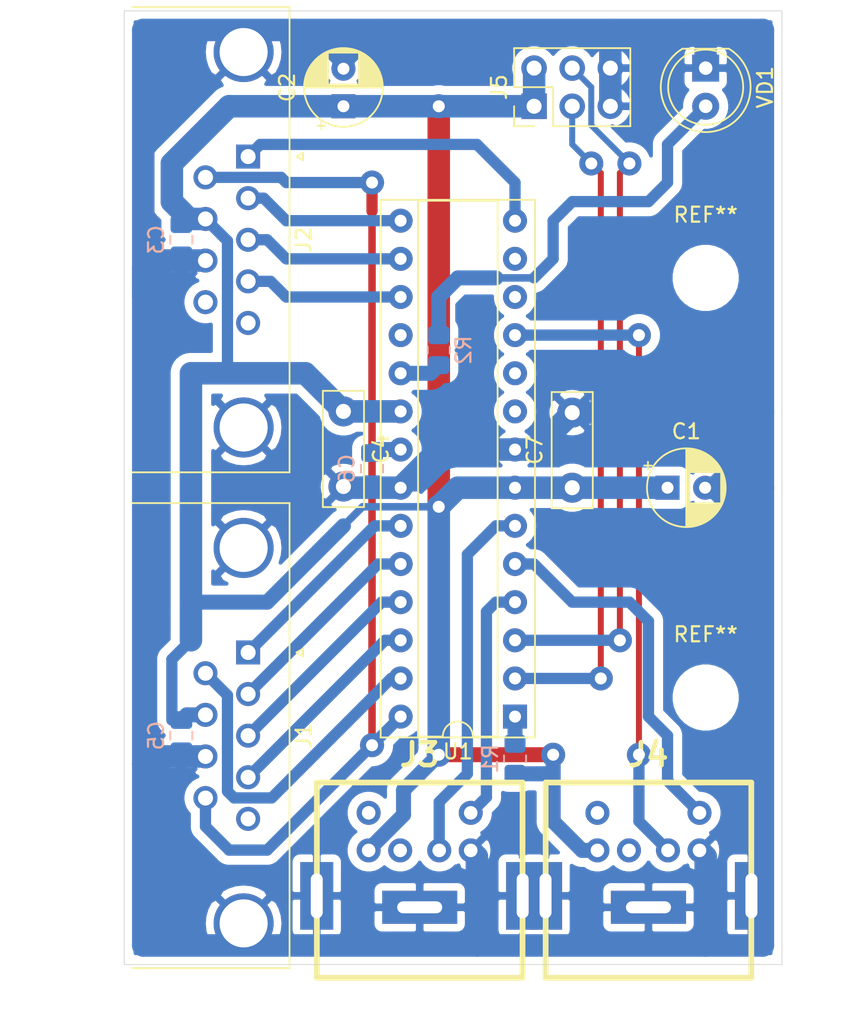
<source format=kicad_pcb>
(kicad_pcb (version 20240108) (generator "pcbnew") (generator_version "8.0")
  (layers (0 "F.Cu" signal) (31 "B.Cu" signal) (34 "B.Paste" user) (35 "F.Paste" user) (36 "B.SilkS" user "B.Silkscreen") (37 "F.SilkS" user "F.Silkscreen") (38 "B.Mask" user) (39 "F.Mask" user) (44 "Edge.Cuts" user))
  (net 0 "")
  (net 1 "VCC")
  (net 2 "GND")
  (net 3 "/J2_FIRE")
  (net 4 "/J1_FIRE")
  (net 5 "/J1_RIGHT")
  (net 6 "/J1_LEFT")
  (net 7 "/J1_DOWN")
  (net 8 "/J1_UP")
  (net 9 "/J2_RIGHT")
  (net 10 "/J2_LEFT")
  (net 11 "/J2_DOWN")
  (net 12 "/J2_UP")
  (net 13 "/KB_CLK")
  (net 14 "/KB_DAT")
  (net 15 "/MS_CLK")
  (net 16 "/MS_DAT")
  (net 17 "/TXD")
  (net 18 "/RXD")
  (net 19 "Net-(R1-Pad1)")
  (net 20 "Net-(R2-Pad2)")
  (net 21 "Net-(J1-Pad5)")
  (net 22 "Net-(J2-Pad9)")
  (net 23 "Net-(J2-Pad5)")
  (net 24 "Net-(J3-Pad6)")
  (net 25 "Net-(J3-Pad2)")
  (net 26 "Net-(J4-Pad6)")
  (net 27 "Net-(J4-Pad2)")
  (net 28 "Net-(U1-Pad18)")
  (net 29 "Net-(C6-Pad1)")
  (net 30 "Net-(U1-Pad9)")
  (net 31 "Net-(U1-Pad10)")
  (net 32 "Net-(U1-Pad12)")
  (net 33 "Net-(U1-Pad13)")
  (net 34 "Net-(R2-Pad1)")
  (footprint "Capacitor_THT:CP_Radial_D5.0mm_P2.50mm" (layer "F.Cu") (at 127 82.55 90)
    (property "Reference" "C2" (at 1.25 -3.75 90) (layer "F.SilkS"))
    (property "Value" "CAPP")
    (pad "1" thru_hole rect (at 0 0 90) (size 1.6 1.6) (drill 0.8) (layers "*.Cu" "*.Mask") (net 1 "VCC"))
    (pad "2" thru_hole circle (at 2.5 0 90) (size 1.6 1.6) (drill 0.8) (layers "*.Cu" "*.Mask") (net 2 "GND"))
  )
  (footprint "Capacitor_THT:C_Disc_D7.5mm_W2.5mm_P5.00mm" (layer "F.Cu") (at 127 102.87 -90)
    (property "Reference" "C4" (at 2.5 -2.5 90) (layer "F.SilkS"))
    (property "Value" "CAP")
    (pad "1" thru_hole circle (at 0 0 270) (size 2 2) (drill 1) (layers "*.Cu" "*.Mask") (net 1 "VCC"))
    (pad "2" thru_hole circle (at 5 0 270) (size 2 2) (drill 1) (layers "*.Cu" "*.Mask") (net 2 "GND"))
  )
  (footprint "Capacitor_THT:C_Disc_D7.5mm_W2.5mm_P5.00mm" (layer "F.Cu") (at 142.24 107.95 90)
    (property "Reference" "C7" (at 2.5 -2.5 90) (layer "F.SilkS"))
    (property "Value" "CAP")
    (pad "1" thru_hole circle (at 0 0 90) (size 2 2) (drill 1) (layers "*.Cu" "*.Mask") (net 1 "VCC"))
    (pad "2" thru_hole circle (at 5 0 90) (size 2 2) (drill 1) (layers "*.Cu" "*.Mask") (net 2 "GND"))
  )
  (footprint "Connector_Dsub:DSUB-9_Male_Horizontal_P2.77x2.84mm_EdgePinOffset4.94mm_Housed_MountingHolesOffset7.48mm" (layer "F.Cu") (at 120.65 85.9 -90)
    (property "Reference" "J2" (at 5.54 -3.7 90) (layer "F.SilkS"))
    (property "Value" "JOY2")
    (pad "0" thru_hole circle (at -6.96 0.3 270) (size 4 4) (drill 3.2) (layers "*.Cu" "*.Mask") (net 2 "GND"))
    (pad "0" thru_hole circle (at 18.04 0.3 270) (size 4 4) (drill 3.2) (layers "*.Cu" "*.Mask") (net 2 "GND"))
    (pad "1" thru_hole rect (at 0 0 270) (size 1.6 1.6) (drill 1) (layers "*.Cu" "*.Mask") (net 12 "/J2_UP"))
    (pad "2" thru_hole circle (at 2.77 0 270) (size 1.6 1.6) (drill 1) (layers "*.Cu" "*.Mask") (net 11 "/J2_DOWN"))
    (pad "3" thru_hole circle (at 5.54 0 270) (size 1.6 1.6) (drill 1) (layers "*.Cu" "*.Mask") (net 10 "/J2_LEFT"))
    (pad "4" thru_hole circle (at 8.31 0 270) (size 1.6 1.6) (drill 1) (layers "*.Cu" "*.Mask") (net 9 "/J2_RIGHT"))
    (pad "5" thru_hole circle (at 11.08 0 270) (size 1.6 1.6) (drill 1) (layers "*.Cu" "*.Mask") (net 23 "Net-(J2-Pad5)"))
    (pad "6" thru_hole circle (at 1.385 2.84 270) (size 1.6 1.6) (drill 1) (layers "*.Cu" "*.Mask") (net 3 "/J2_FIRE"))
    (pad "7" thru_hole circle (at 4.155 2.84 270) (size 1.6 1.6) (drill 1) (layers "*.Cu" "*.Mask") (net 1 "VCC"))
    (pad "8" thru_hole circle (at 6.925 2.84 270) (size 1.6 1.6) (drill 1) (layers "*.Cu" "*.Mask") (net 2 "GND"))
    (pad "9" thru_hole circle (at 9.695 2.84 270) (size 1.6 1.6) (drill 1) (layers "*.Cu" "*.Mask") (net 22 "Net-(J2-Pad9)"))
  )
  (footprint "MyLib:Mini_din6" (layer "F.Cu") (at 132.08 133.35)
    (property "Reference" "J3" (at 0 -7.62 0) (layer "F.SilkS") (effects (font (size 1.524 1.524) (thickness 0.3048))))
    (property "Value" "Keyboard")
    (pad "0" thru_hole rect (at -6.858 1.778) (size 2.2 4.5) (drill oval 0.8 3) (layers "*.Cu" "*.Mask") (net 2 "GND"))
    (pad "0" thru_hole rect (at 0 2.54) (size 5 2.2) (drill oval 3 0.8) (layers "*.Cu" "*.Mask") (net 2 "GND"))
    (pad "0" thru_hole rect (at 6.858 1.778) (size 2.2 4.5) (drill oval 0.8 3) (layers "*.Cu" "*.Mask") (net 2 "GND"))
    (pad "1" thru_hole circle (at 1.3 -1.25) (size 1.6 1.6) (drill 0.9) (layers "*.Cu" "*.Mask") (net 14 "/KB_DAT"))
    (pad "2" thru_hole circle (at -1.3 -1.25) (size 1.6 1.6) (drill 0.9) (layers "*.Cu" "*.Mask") (net 25 "Net-(J3-Pad2)"))
    (pad "3" thru_hole circle (at 3.4 -1.25) (size 1.6 1.6) (drill 0.9) (layers "*.Cu" "*.Mask") (net 2 "GND"))
    (pad "4" thru_hole circle (at -3.4 -1.25) (size 1.6 1.6) (drill 0.9) (layers "*.Cu" "*.Mask") (net 1 "VCC"))
    (pad "5" thru_hole circle (at 3.4 -3.75) (size 1.6 1.6) (drill 0.9) (layers "*.Cu" "*.Mask") (net 13 "/KB_CLK"))
    (pad "6" thru_hole circle (at -3.4 -3.75) (size 1.6 1.6) (drill 0.9) (layers "*.Cu" "*.Mask") (net 24 "Net-(J3-Pad6)"))
  )
  (footprint "MyLib:Mini_din6" (layer "F.Cu") (at 147.32 133.35)
    (property "Reference" "J4" (at 0 -7.62 0) (layer "F.SilkS") (effects (font (size 1.524 1.524) (thickness 0.3048))))
    (property "Value" "Mouse")
    (pad "0" thru_hole rect (at -6.858 1.778) (size 2.2 4.5) (drill oval 0.8 3) (layers "*.Cu" "*.Mask") (net 2 "GND"))
    (pad "0" thru_hole rect (at 0 2.54) (size 5 2.2) (drill oval 3 0.8) (layers "*.Cu" "*.Mask") (net 2 "GND"))
    (pad "0" thru_hole rect (at 6.858 1.778) (size 2.2 4.5) (drill oval 0.8 3) (layers "*.Cu" "*.Mask") (net 2 "GND"))
    (pad "1" thru_hole circle (at 1.3 -1.25) (size 1.6 1.6) (drill 0.9) (layers "*.Cu" "*.Mask") (net 16 "/MS_DAT"))
    (pad "2" thru_hole circle (at -1.3 -1.25) (size 1.6 1.6) (drill 0.9) (layers "*.Cu" "*.Mask") (net 27 "Net-(J4-Pad2)"))
    (pad "3" thru_hole circle (at 3.4 -1.25) (size 1.6 1.6) (drill 0.9) (layers "*.Cu" "*.Mask") (net 2 "GND"))
    (pad "4" thru_hole circle (at -3.4 -1.25) (size 1.6 1.6) (drill 0.9) (layers "*.Cu" "*.Mask") (net 1 "VCC"))
    (pad "5" thru_hole circle (at 3.4 -3.75) (size 1.6 1.6) (drill 0.9) (layers "*.Cu" "*.Mask") (net 15 "/MS_CLK"))
    (pad "6" thru_hole circle (at -3.4 -3.75) (size 1.6 1.6) (drill 0.9) (layers "*.Cu" "*.Mask") (net 26 "Net-(J4-Pad6)"))
  )
  (footprint "Connector_PinHeader_2.54mm:PinHeader_2x03_P2.54mm_Vertical" (layer "F.Cu") (at 139.7 82.55 90)
    (property "Reference" "J5" (at 1.27 -2.33 90) (layer "F.SilkS"))
    (property "Value" "Conn_01x06")
    (pad "1" thru_hole rect (at 0 0 90) (size 1.7 1.7) (drill 1) (layers "*.Cu" "*.Mask") (net 1 "VCC"))
    (pad "2" thru_hole oval (at 2.54 0 90) (size 1.7 1.7) (drill 1) (layers "*.Cu" "*.Mask") (net 1 "VCC"))
    (pad "3" thru_hole oval (at 0 2.54 90) (size 1.7 1.7) (drill 1) (layers "*.Cu" "*.Mask") (net 17 "/TXD"))
    (pad "4" thru_hole oval (at 2.54 2.54 90) (size 1.7 1.7) (drill 1) (layers "*.Cu" "*.Mask") (net 18 "/RXD"))
    (pad "5" thru_hole oval (at 0 5.08 90) (size 1.7 1.7) (drill 1) (layers "*.Cu" "*.Mask") (net 2 "GND"))
    (pad "6" thru_hole oval (at 2.54 5.08 90) (size 1.7 1.7) (drill 1) (layers "*.Cu" "*.Mask") (net 2 "GND"))
  )
  (footprint "Package_DIP:DIP-28_W7.62mm_Socket" (layer "F.Cu") (at 138.43 123.19 180)
    (property "Reference" "U1" (at 3.81 -2.33 0) (layer "F.SilkS"))
    (property "Value" "ATmega168A-PU")
    (pad "1" thru_hole rect (at 0 0 180) (size 1.6 1.6) (drill 0.8) (layers "*.Cu" "*.Mask") (net 19 "Net-(R1-Pad1)"))
    (pad "2" thru_hole oval (at 0 2.54 180) (size 1.6 1.6) (drill 0.8) (layers "*.Cu" "*.Mask") (net 17 "/TXD"))
    (pad "3" thru_hole oval (at 0 5.08 180) (size 1.6 1.6) (drill 0.8) (layers "*.Cu" "*.Mask") (net 18 "/RXD"))
    (pad "4" thru_hole oval (at 0 7.62 180) (size 1.6 1.6) (drill 0.8) (layers "*.Cu" "*.Mask") (net 13 "/KB_CLK"))
    (pad "5" thru_hole oval (at 0 10.16 180) (size 1.6 1.6) (drill 0.8) (layers "*.Cu" "*.Mask") (net 15 "/MS_CLK"))
    (pad "6" thru_hole oval (at 0 12.7 180) (size 1.6 1.6) (drill 0.8) (layers "*.Cu" "*.Mask") (net 14 "/KB_DAT"))
    (pad "7" thru_hole oval (at 0 15.24 180) (size 1.6 1.6) (drill 0.8) (layers "*.Cu" "*.Mask") (net 1 "VCC"))
    (pad "8" thru_hole oval (at 0 17.78 180) (size 1.6 1.6) (drill 0.8) (layers "*.Cu" "*.Mask") (net 2 "GND"))
    (pad "9" thru_hole oval (at 0 20.32 180) (size 1.6 1.6) (drill 0.8) (layers "*.Cu" "*.Mask") (net 30 "Net-(U1-Pad9)"))
    (pad "10" thru_hole oval (at 0 22.86 180) (size 1.6 1.6) (drill 0.8) (layers "*.Cu" "*.Mask") (net 31 "Net-(U1-Pad10)"))
    (pad "11" thru_hole oval (at 0 25.4 180) (size 1.6 1.6) (drill 0.8) (layers "*.Cu" "*.Mask") (net 16 "/MS_DAT"))
    (pad "12" thru_hole oval (at 0 27.94 180) (size 1.6 1.6) (drill 0.8) (layers "*.Cu" "*.Mask") (net 32 "Net-(U1-Pad12)"))
    (pad "13" thru_hole oval (at 0 30.48 180) (size 1.6 1.6) (drill 0.8) (layers "*.Cu" "*.Mask") (net 33 "Net-(U1-Pad13)"))
    (pad "14" thru_hole oval (at 0 33.02 180) (size 1.6 1.6) (drill 0.8) (layers "*.Cu" "*.Mask") (net 12 "/J2_UP"))
    (pad "15" thru_hole oval (at 7.62 33.02 180) (size 1.6 1.6) (drill 0.8) (layers "*.Cu" "*.Mask") (net 11 "/J2_DOWN"))
    (pad "16" thru_hole oval (at 7.62 30.48 180) (size 1.6 1.6) (drill 0.8) (layers "*.Cu" "*.Mask") (net 10 "/J2_LEFT"))
    (pad "17" thru_hole oval (at 7.62 27.94 180) (size 1.6 1.6) (drill 0.8) (layers "*.Cu" "*.Mask") (net 9 "/J2_RIGHT"))
    (pad "18" thru_hole oval (at 7.62 25.4 180) (size 1.6 1.6) (drill 0.8) (layers "*.Cu" "*.Mask") (net 28 "Net-(U1-Pad18)"))
    (pad "19" thru_hole oval (at 7.62 22.86 180) (size 1.6 1.6) (drill 0.8) (layers "*.Cu" "*.Mask") (net 34 "Net-(R2-Pad1)"))
    (pad "20" thru_hole oval (at 7.62 20.32 180) (size 1.6 1.6) (drill 0.8) (layers "*.Cu" "*.Mask") (net 1 "VCC"))
    (pad "21" thru_hole oval (at 7.62 17.78 180) (size 1.6 1.6) (drill 0.8) (layers "*.Cu" "*.Mask") (net 29 "Net-(C6-Pad1)"))
    (pad "22" thru_hole oval (at 7.62 15.24 180) (size 1.6 1.6) (drill 0.8) (layers "*.Cu" "*.Mask") (net 2 "GND"))
    (pad "23" thru_hole oval (at 7.62 12.7 180) (size 1.6 1.6) (drill 0.8) (layers "*.Cu" "*.Mask") (net 8 "/J1_UP"))
    (pad "24" thru_hole oval (at 7.62 10.16 180) (size 1.6 1.6) (drill 0.8) (layers "*.Cu" "*.Mask") (net 7 "/J1_DOWN"))
    (pad "25" thru_hole oval (at 7.62 7.62 180) (size 1.6 1.6) (drill 0.8) (layers "*.Cu" "*.Mask") (net 6 "/J1_LEFT"))
    (pad "26" thru_hole oval (at 7.62 5.08 180) (size 1.6 1.6) (drill 0.8) (layers "*.Cu" "*.Mask") (net 5 "/J1_RIGHT"))
    (pad "27" thru_hole oval (at 7.62 2.54 180) (size 1.6 1.6) (drill 0.8) (layers "*.Cu" "*.Mask") (net 4 "/J1_FIRE"))
    (pad "28" thru_hole oval (at 7.62 0 180) (size 1.6 1.6) (drill 0.8) (layers "*.Cu" "*.Mask") (net 3 "/J2_FIRE"))
  )
  (footprint "LED_THT:LED_D5.0mm" (layer "F.Cu") (at 151.13 80.01 -90)
    (property "Reference" "VD1" (at 1.27 -3.96 90) (layer "F.SilkS"))
    (property "Value" "LED")
    (pad "1" thru_hole rect (at 0 0 270) (size 1.8 1.8) (drill 0.9) (layers "*.Cu" "*.Mask") (net 2 "GND"))
    (pad "2" thru_hole circle (at 2.54 0 270) (size 1.8 1.8) (drill 0.9) (layers "*.Cu" "*.Mask") (net 20 "Net-(R2-Pad2)"))
  )
  (footprint "Connector_Dsub:DSUB-9_Male_Horizontal_P2.77x2.84mm_EdgePinOffset4.94mm_Housed_MountingHolesOffset7.48mm" (layer "F.Cu") (at 120.65 118.92 -90)
    (property "Reference" "J1" (at 5.54 -3.7 90) (layer "F.SilkS"))
    (property "Value" "JOY1")
    (pad "0" thru_hole circle (at -6.96 0.3 270) (size 4 4) (drill 3.2) (layers "*.Cu" "*.Mask") (net 2 "GND"))
    (pad "0" thru_hole circle (at 18.04 0.3 270) (size 4 4) (drill 3.2) (layers "*.Cu" "*.Mask") (net 2 "GND"))
    (pad "1" thru_hole rect (at 0 0 270) (size 1.6 1.6) (drill 1) (layers "*.Cu" "*.Mask") (net 8 "/J1_UP"))
    (pad "2" thru_hole circle (at 2.77 0 270) (size 1.6 1.6) (drill 1) (layers "*.Cu" "*.Mask") (net 7 "/J1_DOWN"))
    (pad "3" thru_hole circle (at 5.54 0 270) (size 1.6 1.6) (drill 1) (layers "*.Cu" "*.Mask") (net 6 "/J1_LEFT"))
    (pad "4" thru_hole circle (at 8.31 0 270) (size 1.6 1.6) (drill 1) (layers "*.Cu" "*.Mask") (net 5 "/J1_RIGHT"))
    (pad "5" thru_hole circle (at 11.08 0 270) (size 1.6 1.6) (drill 1) (layers "*.Cu" "*.Mask") (net 21 "Net-(J1-Pad5)"))
    (pad "6" thru_hole circle (at 1.385 2.84 270) (size 1.6 1.6) (drill 1) (layers "*.Cu" "*.Mask") (net 4 "/J1_FIRE"))
    (pad "7" thru_hole circle (at 4.155 2.84 270) (size 1.6 1.6) (drill 1) (layers "*.Cu" "*.Mask") (net 1 "VCC"))
    (pad "8" thru_hole circle (at 6.925 2.84 270) (size 1.6 1.6) (drill 1) (layers "*.Cu" "*.Mask") (net 2 "GND"))
    (pad "9" thru_hole circle (at 9.695 2.84 270) (size 1.6 1.6) (drill 1) (layers "*.Cu" "*.Mask") (net 3 "/J2_FIRE"))
  )
  (footprint "Capacitor_THT:CP_Radial_D5.0mm_P2.50mm" (layer "F.Cu") (at 148.59 107.95)
    (property "Reference" "C1" (at 1.25 -3.75 0) (layer "F.SilkS"))
    (property "Value" "CAPP")
    (pad "1" thru_hole rect (at 0 0) (size 1.6 1.6) (drill 0.8) (layers "*.Cu" "*.Mask") (net 1 "VCC"))
    (pad "2" thru_hole circle (at 2.5 0) (size 1.6 1.6) (drill 0.8) (layers "*.Cu" "*.Mask") (net 2 "GND"))
  )
  (footprint "MountingHole:MountingHole_3.2mm_M3" (layer "F.Cu") (at 151.13 121.92)
    (property "Reference" "REF**" (at 0 -4.2 0) (layer "F.SilkS"))
    (property "Value" "MountingHole_3.2mm_M3")
    (pad "" np_thru_hole circle (at 0 0) (size 3.2 3.2) (drill 3.2) (layers "*.Cu" "*.Mask"))
  )
  (footprint "MountingHole:MountingHole_3.2mm_M3" (layer "F.Cu") (at 151.13 93.98)
    (property "Reference" "REF**" (at 0 -4.2 0) (layer "F.SilkS"))
    (property "Value" "MountingHole_3.2mm_M3")
    (pad "" np_thru_hole circle (at 0 0) (size 3.2 3.2) (drill 3.2) (layers "*.Cu" "*.Mask"))
  )
  (footprint "Capacitor_SMD:C_0805_2012Metric_Pad1.18x1.45mm_HandSolder" (layer "B.Cu") (at 116.205 124.46 -90)
    (property "Reference" "C5" (at 0 1.68 90) (layer "B.SilkS") (effects (justify mirror)))
    (property "Value" "CAP")
    (pad "1" smd roundrect (at -1.0375 0 270) (size 1.175 1.45) (layers "B.Cu" "B.Paste" "B.Mask") (roundrect_rratio 0.2127659574) (net 1 "VCC"))
    (pad "2" smd roundrect (at 1.0375 0 270) (size 1.175 1.45) (layers "B.Cu" "B.Paste" "B.Mask") (roundrect_rratio 0.2127659574) (net 2 "GND"))
  )
  (footprint "Resistor_SMD:R_0805_2012Metric_Pad1.20x1.40mm_HandSolder" (layer "B.Cu") (at 138.43 126 -90)
    (property "Reference" "R1" (at 0 1.65 90) (layer "B.SilkS") (effects (justify mirror)))
    (property "Value" "RES")
    (pad "1" smd roundrect (at -1 0 270) (size 1.2 1.4) (layers "B.Cu" "B.Paste" "B.Mask") (roundrect_rratio 0.2083325) (net 19 "Net-(R1-Pad1)"))
    (pad "2" smd roundrect (at 1 0 270) (size 1.2 1.4) (layers "B.Cu" "B.Paste" "B.Mask") (roundrect_rratio 0.2083325) (net 1 "VCC"))
  )
  (footprint "Resistor_SMD:R_0805_2012Metric_Pad1.20x1.40mm_HandSolder" (layer "B.Cu") (at 133.35 98.79 90)
    (property "Reference" "R2" (at 0 1.65 90) (layer "B.SilkS") (effects (justify mirror)))
    (property "Value" "RES")
    (pad "1" smd roundrect (at -1 0 90) (size 1.2 1.4) (layers "B.Cu" "B.Paste" "B.Mask") (roundrect_rratio 0.2083325) (net 34 "Net-(R2-Pad1)"))
    (pad "2" smd roundrect (at 1 0 90) (size 1.2 1.4) (layers "B.Cu" "B.Paste" "B.Mask") (roundrect_rratio 0.2083325) (net 20 "Net-(R2-Pad2)"))
  )
  (footprint "Capacitor_SMD:C_0805_2012Metric_Pad1.18x1.45mm_HandSolder" (layer "B.Cu") (at 128.905 106.68 -90)
    (property "Reference" "C6" (at 0 1.68 90) (layer "B.SilkS") (effects (justify mirror)))
    (property "Value" "CAP")
    (pad "1" smd roundrect (at -1.0375 0 270) (size 1.175 1.45) (layers "B.Cu" "B.Paste" "B.Mask") (roundrect_rratio 0.2127659574) (net 29 "Net-(C6-Pad1)"))
    (pad "2" smd roundrect (at 1.0375 0 270) (size 1.175 1.45) (layers "B.Cu" "B.Paste" "B.Mask") (roundrect_rratio 0.2127659574) (net 2 "GND"))
  )
  (footprint "Capacitor_SMD:C_0805_2012Metric_Pad1.18x1.45mm_HandSolder" (layer "B.Cu") (at 116.205 91.44 -90)
    (property "Reference" "C3" (at 0 1.68 90) (layer "B.SilkS") (effects (justify mirror)))
    (property "Value" "CAP")
    (pad "1" smd roundrect (at -1.0375 0 270) (size 1.175 1.45) (layers "B.Cu" "B.Paste" "B.Mask") (roundrect_rratio 0.2127659574) (net 1 "VCC"))
    (pad "2" smd roundrect (at 1.0375 0 270) (size 1.175 1.45) (layers "B.Cu" "B.Paste" "B.Mask") (roundrect_rratio 0.2127659574) (net 2 "GND"))
  )
  (gr_line (start 112.395 76.2) (end 112.395 139.7) (stroke (width 0.05)) (layer "Edge.Cuts"))
  (gr_line (start 156.21 139.7) (end 156.21 76.2) (stroke (width 0.05)) (layer "Edge.Cuts"))
  (gr_line (start 156.21 76.2) (end 112.395 76.2) (stroke (width 0.05)) (layer "Edge.Cuts"))
  (gr_line (start 112.395 139.7) (end 156.21 139.7) (stroke (width 0.05)) (layer "Edge.Cuts"))
  (segment (start 133.35 109.22) (end 133.35 82.55) (width 1.5) (layer "F.Cu") (net 1))
  (segment (start 140.97 125.73) (end 133.35 125.73) (width 1) (layer "F.Cu") (net 1))
  (via (at 133.35 109.22) (size 1.6) (drill 0.8) (layers "F.Cu" "B.Cu") (net 1))
  (via (at 133.35 82.55) (size 1.6) (drill 0.8) (layers "F.Cu" "B.Cu") (net 1))
  (via (at 133.35 125.73) (size 1.6) (drill 0.8) (layers "F.Cu" "B.Cu") (net 1))
  (via (at 140.97 125.73) (size 1.6) (drill 0.8) (layers "F.Cu" "B.Cu") (net 1))
  (segment (start 115.57 119.38) (end 116.84 118.11) (width 0.75) (layer "B.Cu") (net 1))
  (segment (start 116.84 115.57) (end 116.84 100.33) (width 1.5) (layer "B.Cu") (net 1))
  (segment (start 138.43 107.95) (end 134.62 107.95) (width 1.5) (layer "B.Cu") (net 1))
  (segment (start 133.35 125.73) (end 133.35 109.22) (width 1.5) (layer "B.Cu") (net 1))
  (segment (start 124.46 100.33) (end 127 102.87) (width 1.5) (layer "B.Cu") (net 1))
  (segment (start 133.35 125.73) (end 132.08 127) (width 1) (layer "B.Cu") (net 1))
  (segment (start 128.27 109.22) (end 133.35 109.22) (width 0.5) (layer "B.Cu") (net 1))
  (segment (start 116.84 118.11) (end 116.84 115.57) (width 1.5) (layer "B.Cu") (net 1))
  (segment (start 116.5525 123.075) (end 116.205 123.4225) (width 1) (layer "B.Cu") (net 1))
  (segment (start 138.43 127) (end 140.97 127) (width 1) (layer "B.Cu") (net 1))
  (segment (start 139.7 80.01) (end 139.7 82.55) (width 1.5) (layer "B.Cu") (net 1))
  (segment (start 140.97 130.175) (end 142.895 132.1) (width 1) (layer "B.Cu") (net 1))
  (segment (start 127 110.49) (end 128.27 109.22) (width 0.5) (layer "B.Cu") (net 1))
  (segment (start 115.57 119.38) (end 115.57 123.4225) (width 0.75) (layer "B.Cu") (net 1))
  (segment (start 119.38 100.33) (end 119.274999 100.224999) (width 0.75) (layer "B.Cu") (net 1))
  (segment (start 119.274999 100.224999) (end 119.274999 91.519999) (width 0.75) (layer "B.Cu") (net 1))
  (segment (start 117.81 90.055) (end 116.5525 90.055) (width 1) (layer "B.Cu") (net 1))
  (segment (start 140.97 107.95) (end 147.32 107.95) (width 1.5) (layer "B.Cu") (net 1))
  (segment (start 139.7 82.55) (end 133.35 82.55) (width 1.5) (layer "B.Cu") (net 1))
  (segment (start 138.43 107.95) (end 140.97 107.95) (width 1.5) (layer "B.Cu") (net 1))
  (segment (start 115.57 88.9) (end 116.725 90.055) (width 1.5) (layer "B.Cu") (net 1))
  (segment (start 128.68 132.054708) (end 128.68 132.1) (width 1) (layer "B.Cu") (net 1))
  (segment (start 119.274999 91.519999) (end 117.81 90.055) (width 0.75) (layer "B.Cu") (net 1))
  (segment (start 134.62 107.95) (end 133.35 109.22) (width 1.5) (layer "B.Cu") (net 1))
  (segment (start 131.002354 129.732354) (end 128.68 132.054708) (width 1) (layer "B.Cu") (net 1))
  (segment (start 131.002354 129.732354) (end 131.002354 128.077646) (width 1) (layer "B.Cu") (net 1))
  (segment (start 140.97 127) (end 140.97 125.73) (width 1) (layer "B.Cu") (net 1))
  (segment (start 124.46 100.33) (end 119.38 100.33) (width 0.75) (layer "B.Cu") (net 1))
  (segment (start 131.002354 128.077646) (end 132.08 127) (width 1) (layer "B.Cu") (net 1))
  (segment (start 140.97 127) (end 140.97 130.175) (width 1) (layer "B.Cu") (net 1))
  (segment (start 116.5525 90.055) (end 116.205 90.4025) (width 1) (layer "B.Cu") (net 1))
  (segment (start 116.725 90.055) (end 117.81 90.055) (width 1.5) (layer "B.Cu") (net 1))
  (segment (start 147.32 107.95) (end 148.59 107.95) (width 1.5) (layer "B.Cu") (net 1))
  (segment (start 133.35 82.55) (end 119.38 82.55) (width 1.5) (layer "B.Cu") (net 1))
  (segment (start 117.81 123.075) (end 116.5525 123.075) (width 1) (layer "B.Cu") (net 1))
  (segment (start 121.92 115.57) (end 127 110.49) (width 1) (layer "B.Cu") (net 1))
  (segment (start 142.895 132.1) (end 143.92 132.1) (width 1) (layer "B.Cu") (net 1))
  (segment (start 116.84 115.57) (end 121.92 115.57) (width 1) (layer "B.Cu") (net 1))
  (segment (start 140.97 127) (end 139.7 127) (width 1) (layer "B.Cu") (net 1))
  (segment (start 115.57 86.36) (end 115.57 88.9) (width 1.5) (layer "B.Cu") (net 1))
  (segment (start 119.38 82.55) (end 115.57 86.36) (width 1.5) (layer "B.Cu") (net 1))
  (segment (start 116.84 100.33) (end 124.46 100.33) (width 1.5) (layer "B.Cu") (net 1))
  (segment (start 130.81 102.87) (end 127 102.87) (width 1.5) (layer "B.Cu") (net 1))
  (segment (start 140.97 107.95) (end 142.24 107.95) (width 1.5) (layer "B.Cu") (net 1))
  (segment (start 113.665 93.345) (end 113.665 95.25) (width 1.5) (layer "B.Cu") (net 2))
  (segment (start 127 77.47) (end 127 80.05) (width 1.5) (layer "B.Cu") (net 2))
  (segment (start 116.5525 125.845) (end 116.205 125.4975) (width 1) (layer "B.Cu") (net 2))
  (segment (start 147.32 103.03) (end 147.4 102.95) (width 1.5) (layer "B.Cu") (net 2))
  (segment (start 135.48 132.1) (end 135.89 132.51) (width 1.5) (layer "B.Cu") (net 2))
  (segment (start 154.94 107.95) (end 154.94 102.87) (width 1.5) (layer "B.Cu") (net 2))
  (segment (start 154.94 138.43) (end 154.94 107.95) (width 1.5) (layer "B.Cu") (net 2))
  (segment (start 135.89 138.43) (end 113.665 138.43) (width 1.5) (layer "B.Cu") (net 2))
  (segment (start 135.89 138.43) (end 151.13 138.43) (width 1.5) (layer "B.Cu") (net 2))
  (segment (start 154.94 102.87) (end 154.94 77.47) (width 1.5) (layer "B.Cu") (net 2))
  (segment (start 142.24 102.95) (end 147.4 102.95) (width 1.5) (layer "B.Cu") (net 2))
  (segment (start 138.43 105.41) (end 133.35 105.41) (width 1.5) (layer "B.Cu") (net 2))
  (segment (start 116.5525 92.825) (end 116.205 92.4775) (width 1) (layer "B.Cu") (net 2))
  (segment (start 113.665 138.43) (end 113.665 137.795) (width 1.5) (layer "B.Cu") (net 2))
  (segment (start 113.665 77.47) (end 129.54 77.47) (width 1.5) (layer "B.Cu") (net 2))
  (segment (start 135.89 132.51) (end 135.89 138.43) (width 1.5) (layer "B.Cu") (net 2))
  (segment (start 117.81 125.845) (end 116.5525 125.845) (width 1) (layer "B.Cu") (net 2))
  (segment (start 113.665 95.25) (end 113.665 126.365) (width 1.5) (layer "B.Cu") (net 2))
  (segment (start 147.4 102.95) (end 154.86 102.95) (width 1.5) (layer "B.Cu") (net 2))
  (segment (start 130.81 107.95) (end 127.08 107.95) (width 1.5) (layer "B.Cu") (net 2))
  (segment (start 133.35 105.41) (end 130.81 107.95) (width 1.5) (layer "B.Cu") (net 2))
  (segment (start 149.86 77.47) (end 144.78 77.47) (width 1.5) (layer "B.Cu") (net 2))
  (segment (start 113.665 95.25) (end 113.665 77.47) (width 1.5) (layer "B.Cu") (net 2))
  (segment (start 154.94 107.95) (end 151.09 107.95) (width 1.5) (layer "B.Cu") (net 2))
  (segment (start 150.72 132.1) (end 151.13 132.51) (width 1.5) (layer "B.Cu") (net 2))
  (segment (start 117.81 92.825) (end 116.5525 92.825) (width 1) (layer "B.Cu") (net 2))
  (segment (start 138.43 105.41) (end 139.78 105.41) (width 1.5) (layer "B.Cu") (net 2))
  (segment (start 144.78 82.55) (end 144.78 77.47) (width 1.5) (layer "B.Cu") (net 2))
  (segment (start 151.13 80.01) (end 151.13 77.47) (width 1.5) (layer "B.Cu") (net 2))
  (segment (start 117.81 125.845) (end 114.185 125.845) (width 1.5) (layer "B.Cu") (net 2))
  (segment (start 114.185 92.825) (end 113.665 93.345) (width 1.5) (layer "B.Cu") (net 2))
  (segment (start 151.13 132.51) (end 151.13 138.43) (width 1.5) (layer "B.Cu") (net 2))
  (segment (start 144.78 77.47) (end 129.54 77.47) (width 1.5) (layer "B.Cu") (net 2))
  (segment (start 127.08 107.95) (end 127 107.87) (width 1.5) (layer "B.Cu") (net 2))
  (segment (start 139.78 105.41) (end 142.24 102.95) (width 1.5) (layer "B.Cu") (net 2))
  (segment (start 114.185 125.845) (end 113.665 126.365) (width 1.5) (layer "B.Cu") (net 2))
  (segment (start 113.665 137.795) (end 113.665 126.365) (width 1.5) (layer "B.Cu") (net 2))
  (segment (start 151.13 138.43) (end 154.94 138.43) (width 1.5) (layer "B.Cu") (net 2))
  (segment (start 117.81 92.825) (end 114.185 92.825) (width 1.5) (layer "B.Cu") (net 2))
  (segment (start 154.94 77.47) (end 149.86 77.47) (width 1.5) (layer "B.Cu") (net 2))
  (segment (start 154.86 102.95) (end 154.94 102.87) (width 1.5) (layer "B.Cu") (net 2))
  (segment (start 128.905 89.535) (end 128.905 88.9) (width 0.5) (layer "F.Cu") (net 3))
  (segment (start 128.905 87.63) (end 128.905 89.535) (width 0.75) (layer "F.Cu") (net 3))
  (segment (start 128.905 125.095) (end 128.905 87.63) (width 0.4) (layer "F.Cu") (net 3))
  (segment (start 128.905 125.095) (end 128.905 89.535) (width 0.5) (layer "F.Cu") (net 3))
  (via (at 128.905 87.63) (size 1.6) (drill 0.8) (layers "F.Cu" "B.Cu") (net 3))
  (via (at 128.905 125.095) (size 1.6) (drill 0.8) (layers "F.Cu" "B.Cu") (net 3))
  (segment (start 117.81 130.51) (end 119.38 132.08) (width 0.75) (layer "B.Cu") (net 3))
  (segment (start 122.845 87.285) (end 117.81 87.285) (width 0.75) (layer "B.Cu") (net 3))
  (segment (start 121.92 132.08) (end 128.27 125.73) (width 0.75) (layer "B.Cu") (net 3))
  (segment (start 128.905 87.63) (end 123.19 87.63) (width 0.75) (layer "B.Cu") (net 3))
  (segment (start 119.38 132.08) (end 121.92 132.08) (width 0.75) (layer "B.Cu") (net 3))
  (segment (start 117.81 128.615) (end 117.81 130.51) (width 0.75) (layer "B.Cu") (net 3))
  (segment (start 128.905 125.095) (end 130.81 123.19) (width 0.75) (layer "B.Cu") (net 3))
  (segment (start 123.19 87.63) (end 122.845 87.285) (width 0.75) (layer "B.Cu") (net 3))
  (segment (start 128.27 125.73) (end 128.905 125.095) (width 0.75) (layer "B.Cu") (net 3))
  (segment (start 122.219999 128.605001) (end 130.175 120.65) (width 0.75) (layer "B.Cu") (net 4))
  (segment (start 119.715001 128.605001) (end 122.219999 128.605001) (width 0.75) (layer "B.Cu") (net 4))
  (segment (start 117.81 120.305) (end 119.274999 121.769999) (width 0.75) (layer "B.Cu") (net 4))
  (segment (start 130.81 120.65) (end 130.175 120.65) (width 0.75) (layer "B.Cu") (net 4))
  (segment (start 119.274999 128.164999) (end 119.715001 128.605001) (width 0.75) (layer "B.Cu") (net 4))
  (segment (start 119.274999 121.769999) (end 119.274999 128.164999) (width 0.75) (layer "B.Cu") (net 4))
  (segment (start 120.65 127.23) (end 129.77 118.11) (width 0.75) (layer "B.Cu") (net 5))
  (segment (start 129.77 118.11) (end 130.81 118.11) (width 0.75) (layer "B.Cu") (net 5))
  (segment (start 120.65 124.46) (end 129.54 115.57) (width 0.75) (layer "B.Cu") (net 6))
  (segment (start 129.54 115.57) (end 130.81 115.57) (width 0.75) (layer "B.Cu") (net 6))
  (segment (start 120.65 121.69) (end 129.31 113.03) (width 0.75) (layer "B.Cu") (net 7))
  (segment (start 129.31 113.03) (end 130.81 113.03) (width 0.75) (layer "B.Cu") (net 7))
  (segment (start 129.08 110.49) (end 130.81 110.49) (width 0.75) (layer "B.Cu") (net 8))
  (segment (start 120.65 118.92) (end 129.08 110.49) (width 0.75) (layer "B.Cu") (net 8))
  (segment (start 123.19 95.25) (end 122.15 94.21) (width 0.75) (layer "B.Cu") (net 9))
  (segment (start 130.81 95.25) (end 123.19 95.25) (width 0.75) (layer "B.Cu") (net 9))
  (segment (start 122.15 94.21) (end 120.65 94.21) (width 0.75) (layer "B.Cu") (net 9))
  (segment (start 130.81 92.71) (end 123.19 92.71) (width 0.75) (layer "B.Cu") (net 10))
  (segment (start 121.92 91.44) (end 120.65 91.44) (width 0.75) (layer "B.Cu") (net 10))
  (segment (start 123.19 92.71) (end 121.92 91.44) (width 0.75) (layer "B.Cu") (net 10))
  (segment (start 121.69 88.67) (end 120.65 88.67) (width 0.75) (layer "B.Cu") (net 11))
  (segment (start 123.19 90.17) (end 121.69 88.67) (width 0.75) (layer "B.Cu") (net 11))
  (segment (start 130.81 90.17) (end 123.19 90.17) (width 0.75) (layer "B.Cu") (net 11))
  (segment (start 120.65 85.9) (end 121.46 85.09) (width 0.75) (layer "B.Cu") (net 12))
  (segment (start 135.89 85.09) (end 138.43 87.63) (width 0.75) (layer "B.Cu") (net 12))
  (segment (start 121.46 85.09) (end 135.89 85.09) (width 0.75) (layer "B.Cu") (net 12))
  (segment (start 138.43 87.63) (end 138.43 90.17) (width 0.75) (layer "B.Cu") (net 12))
  (segment (start 137.16 115.57) (end 138.43 115.57) (width 0.75) (layer "B.Cu") (net 13))
  (segment (start 135.48 129.6) (end 136.525 128.555) (width 0.75) (layer "B.Cu") (net 13))
  (segment (start 136.525 116.205) (end 137.16 115.57) (width 0.75) (layer "B.Cu") (net 13))
  (segment (start 136.525 128.555) (end 136.525 116.205) (width 0.75) (layer "B.Cu") (net 13))
  (segment (start 133.38 132.1) (end 133.38 128.875) (width 0.75) (layer "B.Cu") (net 14))
  (segment (start 135.255 127) (end 135.255 112.395) (width 0.75) (layer "B.Cu") (net 14))
  (segment (start 138.43 110.49) (end 137.16 110.49) (width 0.75) (layer "B.Cu") (net 14))
  (segment (start 133.38 128.875) (end 135.255 127) (width 0.75) (layer "B.Cu") (net 14))
  (segment (start 135.255 112.395) (end 137.16 110.49) (width 0.75) (layer "B.Cu") (net 14))
  (segment (start 147.32 116.84) (end 147.32 123.19) (width 0.75) (layer "B.Cu") (net 15))
  (segment (start 142.24 115.57) (end 146.05 115.57) (width 0.75) (layer "B.Cu") (net 15))
  (segment (start 148.59 124.46) (end 148.59 127.47) (width 0.75) (layer "B.Cu") (net 15))
  (segment (start 148.59 127.47) (end 150.72 129.6) (width 0.75) (layer "B.Cu") (net 15))
  (segment (start 147.32 123.19) (end 148.59 124.46) (width 0.75) (layer "B.Cu") (net 15))
  (segment (start 146.05 115.57) (end 147.32 116.84) (width 0.75) (layer "B.Cu") (net 15))
  (segment (start 139.7 113.03) (end 142.24 115.57) (width 0.75) (layer "B.Cu") (net 15))
  (segment (start 138.43 113.03) (end 139.7 113.03) (width 0.75) (layer "B.Cu") (net 15))
  (segment (start 146.685 125.73) (end 146.685 97.79) (width 0.4) (layer "F.Cu") (net 16))
  (via (at 146.685 97.79) (size 1.6) (drill 0.8) (layers "F.Cu" "B.Cu") (net 16))
  (via (at 146.685 125.73) (size 1.6) (drill 0.8) (layers "F.Cu" "B.Cu") (net 16))
  (segment (start 146.685 130.165) (end 148.62 132.1) (width 0.75) (layer "B.Cu") (net 16))
  (segment (start 146.685 125.73) (end 146.685 130.165) (width 0.75) (layer "B.Cu") (net 16))
  (segment (start 138.43 97.79) (end 146.685 97.79) (width 0.75) (layer "B.Cu") (net 16))
  (segment (start 144.145 86.995) (end 143.51 86.36) (width 0.4) (layer "F.Cu") (net 17))
  (segment (start 144.145 120.65) (end 144.145 86.995) (width 0.4) (layer "F.Cu") (net 17))
  (via (at 143.51 86.36) (size 1.6) (drill 0.8) (layers "F.Cu" "B.Cu") (net 17))
  (via (at 144.145 120.65) (size 1.6) (drill 0.8) (layers "F.Cu" "B.Cu") (net 17))
  (segment (start 142.24 85.09) (end 143.51 86.36) (width 0.4) (layer "B.Cu") (net 17))
  (segment (start 142.24 82.55) (end 142.24 85.09) (width 0.4) (layer "B.Cu") (net 17))
  (segment (start 138.43 120.65) (end 144.145 120.65) (width 0.75) (layer "B.Cu") (net 17))
  (segment (start 145.415 86.995) (end 145.415 118.11) (width 0.4) (layer "F.Cu") (net 18))
  (segment (start 146.05 86.36) (end 145.415 86.995) (width 0.4) (layer "F.Cu") (net 18))
  (via (at 146.05 86.36) (size 1.6) (drill 0.8) (layers "F.Cu" "B.Cu") (net 18))
  (via (at 145.415 118.11) (size 1.6) (drill 0.8) (layers "F.Cu" "B.Cu") (net 18))
  (segment (start 143.51 83.82) (end 146.05 86.36) (width 0.4) (layer "B.Cu") (net 18))
  (segment (start 142.24 80.01) (end 143.51 81.28) (width 0.4) (layer "B.Cu") (net 18))
  (segment (start 138.43 118.11) (end 145.415 118.11) (width 0.75) (layer "B.Cu") (net 18))
  (segment (start 143.51 81.28) (end 143.51 83.130002) (width 0.4) (layer "B.Cu") (net 18))
  (segment (start 143.51 83.130002) (end 143.51 83.82) (width 0.4) (layer "B.Cu") (net 18))
  (segment (start 138.43 125) (end 138.43 123.19) (width 1) (layer "B.Cu") (net 19))
  (segment (start 140.97 90.17) (end 140.97 92.71) (width 0.75) (layer "B.Cu") (net 20))
  (segment (start 142.24 88.9) (end 140.97 90.17) (width 0.75) (layer "B.Cu") (net 20))
  (segment (start 137.16 93.98) (end 139.7 93.98) (width 0.5) (layer "B.Cu") (net 20))
  (segment (start 140.97 92.71) (end 139.7 93.98) (width 0.75) (layer "B.Cu") (net 20))
  (segment (start 147.32 88.9) (end 142.24 88.9) (width 0.75) (layer "B.Cu") (net 20))
  (segment (start 148.59 87.63) (end 148.59 85.09) (width 0.75) (layer "B.Cu") (net 20))
  (segment (start 134.62 93.98) (end 137.16 93.98) (width 1) (layer "B.Cu") (net 20))
  (segment (start 133.35 95.25) (end 134.62 93.98) (width 1) (layer "B.Cu") (net 20))
  (segment (start 148.59 85.09) (end 151.13 82.55) (width 0.75) (layer "B.Cu") (net 20))
  (segment (start 148.59 87.63) (end 147.32 88.9) (width 0.75) (layer "B.Cu") (net 20))
  (segment (start 133.35 97.79) (end 133.35 95.25) (width 1) (layer "B.Cu") (net 20))
  (segment (start 129.1375 105.41) (end 128.905 105.6425) (width 1) (layer "B.Cu") (net 29))
  (segment (start 130.81 105.41) (end 129.1375 105.41) (width 1) (layer "B.Cu") (net 29))
  (segment (start 132.81 100.33) (end 133.35 99.79) (width 1) (layer "B.Cu") (net 34))
  (segment (start 130.81 100.33) (end 132.81 100.33) (width 1) (layer "B.Cu") (net 34))
  (zone (net 2) (net_name "GND") (layer "B.Cu") (connect_pads (clearance 0.6)) (min_thickness 0.254) (fill yes (thermal_gap 0.508) (thermal_bridge_width 0.508))
    (polygon (pts (xy 156.21 139.7) (xy 112.395 139.7) (xy 112.395 76.2) (xy 156.21 76.2)))
  )
)
</source>
